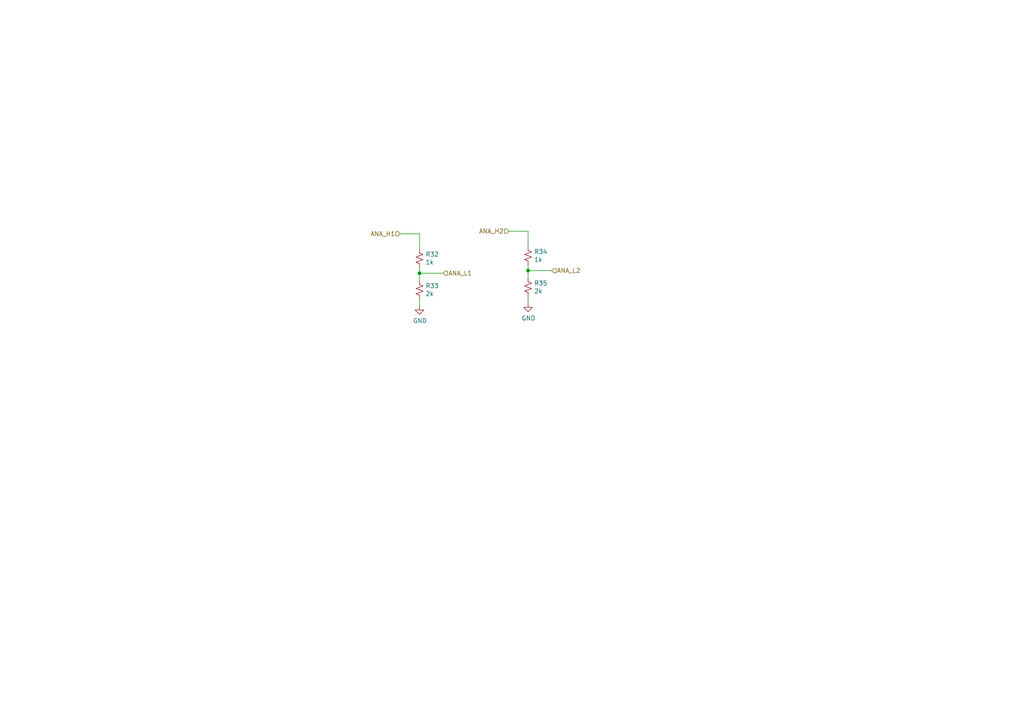
<source format=kicad_sch>
(kicad_sch (version 20230121) (generator eeschema)
  (paper "A4")
  (lib_symbols
    (symbol "Device:R_Small_US" (pin_numbers hide) (pin_names (offset 0.254) hide)
      (property "Reference" "R" (at 0.762 0.508 0))
      (property "Value" "R_Small_US" (at 0.762 -1.016 0))
      (symbol "R_Small_US_1_1"
        (polyline (pts (xy 0 0) (xy 1.016 -0.381) (xy 0 -0.762) (xy -1.016 -1.143) (xy 0 -1.524)))
        (polyline (pts (xy 0 1.524) (xy 1.016 1.143) (xy 0 0.762) (xy -1.016 0.381) (xy 0 0)))
        (pin passive line (at 0 2.54 270) (length 1.016) (name "~") (number "1"))
        (pin passive line (at 0 -2.54 90) (length 1.016) (name "~") (number "2"))
      )
    )
    (symbol "power:GND" (power) (pin_names (offset 0))
      (property "Value" "GND" (at 0 -3.81 0))
      (symbol "GND_0_1"
        (polyline (pts (xy 0 0) (xy 0 -1.27) (xy 1.27 -1.27) (xy 0 -2.54) (xy -1.27 -1.27) (xy 0 -1.27)))
      )
      (symbol "GND_1_1"
        (pin power_in line (at 0 0 270) (length 0) hide (name "GND") (number "1"))
      )
    )
  )
  (junction (at 121.666 79.248))
  (junction (at 153.162 78.486))
  (wire (pts (xy 153.162 67.056) (xy 153.162 71.628)))
  (wire (pts (xy 153.162 87.884) (xy 153.162 85.852)))
  (wire (pts (xy 121.666 67.818) (xy 121.666 72.39)))
  (wire (pts (xy 121.666 81.534) (xy 121.666 79.248)))
  (wire (pts (xy 121.666 79.248) (xy 128.524 79.248)))
  (wire (pts (xy 153.162 67.056) (xy 147.574 67.056)))
  (wire (pts (xy 121.666 67.818) (xy 116.078 67.818)))
  (wire (pts (xy 153.162 78.486) (xy 160.02 78.486)))
  (wire (pts (xy 121.666 79.248) (xy 121.666 77.47)))
  (wire (pts (xy 121.666 88.646) (xy 121.666 86.614)))
  (wire (pts (xy 153.162 80.772) (xy 153.162 78.486)))
  (wire (pts (xy 153.162 78.486) (xy 153.162 76.708)))
  (hierarchical_label "ANA_L2" (shape input) (at 160.02 78.486 0))
  (hierarchical_label "ANA_L1" (shape input) (at 128.524 79.248 0))
  (hierarchical_label "ANA_H2" (shape input) (at 147.574 67.056 180))
  (hierarchical_label "ANA_H1" (shape input) (at 116.078 67.818 180))
  (symbol (lib_id "Device:R_Small_US") (at 121.666 74.93 0) (unit 1)
    (property "Reference" "R32" (at 123.3932 73.7616 0) (effects (justify left)))
    (property "Value" "1k" (at 123.3932 76.073 0) (effects (justify left)))
    (instances (project "MasterAlimSTM32" (path "" (reference "R32") (unit 1)) (path "" (reference "R40") (unit 1)) (path "" (reference "R48") (unit 1)) (path "" (reference "R36") (unit 1)) (path "" (reference "R26") (unit 1)) (path "" (reference "R44") (unit 1))))
  )
  (symbol (lib_id "Device:R_Small_US") (at 121.666 84.074 0) (unit 1)
    (property "Reference" "R33" (at 123.3932 82.9056 0) (effects (justify left)))
    (property "Value" "2k" (at 123.3932 85.217 0) (effects (justify left)))
    (instances (project "MasterAlimSTM32" (path "" (reference "R33") (unit 1)) (path "" (reference "R41") (unit 1)) (path "" (reference "R49") (unit 1)) (path "" (reference "R37") (unit 1)) (path "" (reference "R27") (unit 1)) (path "" (reference "R45") (unit 1))))
  )
  (symbol (lib_id "power:GND") (at 121.666 88.646 0) (unit 1)
    (property "Reference" "#PWR0163" (effects hide))
    (property "Value" "GND" (at 121.793 93.0402 0))
    (instances (project "MasterAlimSTM32" (path "" (reference "#PWR0163") (unit 1)) (path "" (reference "#PWR0167") (unit 1)) (path "" (reference "#PWR0171") (unit 1)) (path "" (reference "#PWR0165") (unit 1)) (path "" (reference "#PWR0161") (unit 1)) (path "" (reference "#PWR0169") (unit 1))))
  )
  (symbol (lib_id "Device:R_Small_US") (at 153.162 74.168 0) (unit 1)
    (property "Reference" "R34" (at 154.8892 72.9996 0) (effects (justify left)))
    (property "Value" "1k" (at 154.8892 75.311 0) (effects (justify left)))
    (instances (project "MasterAlimSTM32" (path "" (reference "R34") (unit 1)) (path "" (reference "R42") (unit 1)) (path "" (reference "R50") (unit 1)) (path "" (reference "R38") (unit 1)) (path "" (reference "R30") (unit 1)) (path "" (reference "R46") (unit 1))))
  )
  (symbol (lib_id "Device:R_Small_US") (at 153.162 83.312 0) (unit 1)
    (property "Reference" "R35" (at 154.8892 82.1436 0) (effects (justify left)))
    (property "Value" "2k" (at 154.8892 84.455 0) (effects (justify left)))
    (instances (project "MasterAlimSTM32" (path "" (reference "R35") (unit 1)) (path "" (reference "R43") (unit 1)) (path "" (reference "R51") (unit 1)) (path "" (reference "R39") (unit 1)) (path "" (reference "R31") (unit 1)) (path "" (reference "R47") (unit 1))))
  )
  (symbol (lib_id "power:GND") (at 153.162 87.884 0) (unit 1)
    (property "Reference" "#PWR0164" (effects hide))
    (property "Value" "GND" (at 153.289 92.2782 0))
    (instances (project "MasterAlimSTM32" (path "" (reference "#PWR0164") (unit 1)) (path "" (reference "#PWR0168") (unit 1)) (path "" (reference "#PWR0172") (unit 1)) (path "" (reference "#PWR0166") (unit 1)) (path "" (reference "#PWR0162") (unit 1)) (path "" (reference "#PWR0170") (unit 1))))
  )
)
</source>
